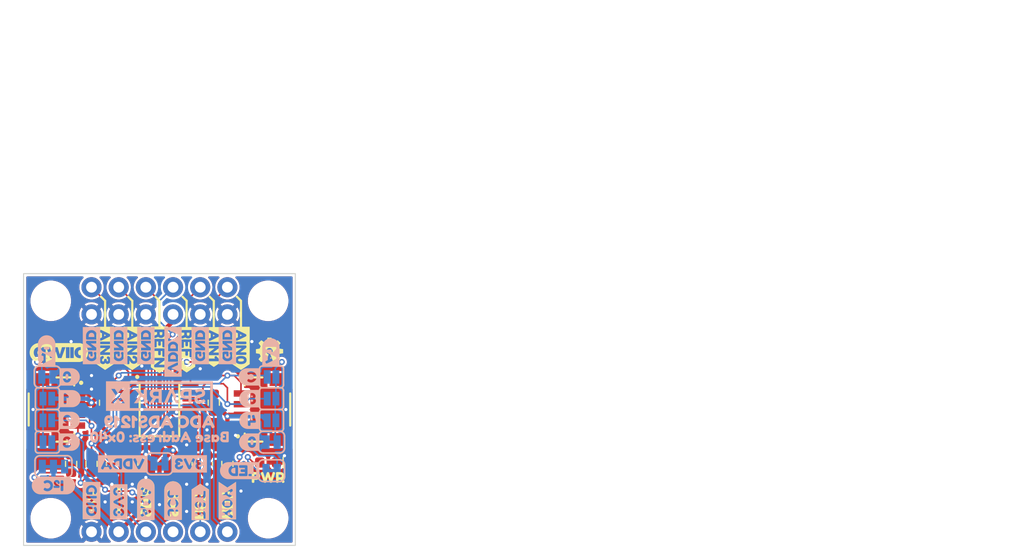
<source format=kicad_pcb>
(kicad_pcb (version 20221018) (generator pcbnew)
  (layers (0 "F.Cu" signal) (31 "B.Cu" signal) (34 "B.Paste" user) (35 "F.Paste" user) (36 "B.SilkS" user "B.Silkscreen") (37 "F.SilkS" user "F.Silkscreen") (38 "B.Mask" user) (39 "F.Mask" user) (44 "Edge.Cuts" user))
  (net 0 "")
  (net 1 "+3.3V")
  (net 2 "GND")
  (net 3 "VDDA")
  (net 4 "Net-(D1-A)")
  (net 5 "SDA")
  (net 6 "SCL")
  (net 7 "AIN3")
  (net 8 "AIN2")
  (net 9 "REFN")
  (net 10 "REFP")
  (net 11 "AIN1")
  (net 12 "AIN0")
  (net 13 "~{RESET}")
  (net 14 "~{DRDY}")
  (net 15 "Net-(JP2-B)")
  (net 16 "Net-(JP3-A)")
  (net 17 "Net-(JP3-B)")
  (net 18 "A0")
  (net 19 "A1")
  (footprint "SparkFun-Hardware:STAND-OFF" (layer "F.Cu") (at 149.86 104.14)
    (fp_text reference "ST2")
    (fp_text value "Stand_off")
    (pad "" np_thru_hole circle (at 0 0) (size 3.302 3.302) (drill 3.302) (layers "F&B.Cu" "*.Mask"))
  )
  (footprint "SparkFun-Connector:1X06" (layer "F.Cu") (at 133.35 102.87)
    (fp_text reference "J3")
    (fp_text value "Conn_01x06")
    (pad "1" thru_hole circle (at 0 0 90) (size 1.8796 1.8796) (drill 1.016) (layers "*.Cu" "*.Mask") (net 7 "AIN3"))
    (pad "2" thru_hole circle (at 2.54 0 90) (size 1.8796 1.8796) (drill 1.016) (layers "*.Cu" "*.Mask") (net 8 "AIN2"))
    (pad "3" thru_hole circle (at 5.08 0 90) (size 1.8796 1.8796) (drill 1.016) (layers "*.Cu" "*.Mask") (net 9 "REFN"))
    (pad "4" thru_hole circle (at 7.62 0 90) (size 1.8796 1.8796) (drill 1.016) (layers "*.Cu" "*.Mask") (net 10 "REFP"))
    (pad "5" thru_hole circle (at 10.16 0 90) (size 1.8796 1.8796) (drill 1.016) (layers "*.Cu" "*.Mask") (net 11 "AIN1"))
    (pad "6" thru_hole circle (at 12.7 0 90) (size 1.8796 1.8796) (drill 1.016) (layers "*.Cu" "*.Mask") (net 12 "AIN0"))
  )
  (footprint "SparkFun-Connector:1X02" (layer "F.Cu") (at 143.51 125.73)
    (fp_text reference "J5")
    (fp_text value "Conn_01x02")
    (pad "1" thru_hole circle (at 0 0 90) (size 1.8796 1.8796) (drill 1.016) (layers "*.Cu" "*.Mask") (net 13 "~{RESET}"))
    (pad "2" thru_hole circle (at 2.54 0 90) (size 1.8796 1.8796) (drill 1.016) (layers "*.Cu" "*.Mask") (net 14 "~{DRDY}"))
  )
  (footprint "SparkFun-Aesthetic:qwiic_5.5mm" (layer "F.Cu") (at 130.302 108.966)
    (fp_text reference "G***" hide)
    (fp_text value "LOGO" hide)
  )
  (footprint "kibuzzard-64C36D5B" (layer "F.Cu") (at 142.24 108.712 -90)
    (fp_text reference "kibuzzard-64C36D5B" hide)
    (fp_text value "G***" hide)
  )
  (footprint "SparkFun-Semiconductor-Standard:TSSOP-16" (layer "F.Cu") (at 139.7 114.3)
    (fp_text reference "U1")
    (fp_text value "ADS1219IPW")
    (pad "1" smd roundrect (at -2.9 -2.275) (size 1.5 0.45) (layers "F.Cu" "F.Paste" "F.Mask") (roundrect_rratio 0.1) (net 18 "A0"))
    (pad "2" smd roundrect (at -2.9 -1.625) (size 1.5 0.45) (layers "F.Cu" "F.Paste" "F.Mask") (roundrect_rratio 0.1) (net 19 "A1"))
    (pad "3" smd roundrect (at -2.9 -0.975) (size 1.5 0.45) (layers "F.Cu" "F.Paste" "F.Mask") (roundrect_rratio 0.1) (net 13 "~{RESET}"))
    (pad "4" smd roundrect (at -2.9 -0.325) (size 1.5 0.45) (layers "F.Cu" "F.Paste" "F.Mask") (roundrect_rratio 0.1) (net 2 "GND"))
    (pad "5" smd roundrect (at -2.9 0.325) (size 1.5 0.45) (layers "F.Cu" "F.Paste" "F.Mask") (roundrect_rratio 0.1) (net 2 "GND"))
    (pad "6" smd roundrect (at -2.9 0.975) (size 1.5 0.45) (layers "F.Cu" "F.Paste" "F.Mask") (roundrect_rratio 0.1) (net 7 "AIN3"))
    (pad "7" smd roundrect (at -2.9 1.625) (size 1.5 0.45) (layers "F.Cu" "F.Paste" "F.Mask") (roundrect_rratio 0.1) (net 8 "AIN2"))
    (pad "8" smd roundrect (at -2.9 2.275) (size 1.5 0.45) (layers "F.Cu" "F.Paste" "F.Mask") (roundrect_rratio 0.1) (net 9 "REFN"))
    (pad "9" smd roundrect (at 2.9 2.275) (size 1.5 0.45) (layers "F.Cu" "F.Paste" "F.Mask") (roundrect_rratio 0.1) (net 10 "REFP"))
    (pad "10" smd roundrect (at 2.9 1.625) (size 1.5 0.45) (layers "F.Cu" "F.Paste" "F.Mask") (roundrect_rratio 0.1) (net 11 "AIN1"))
    (pad "11" smd roundrect (at 2.9 0.975) (size 1.5 0.45) (layers "F.Cu" "F.Paste" "F.Mask") (roundrect_rratio 0.1) (net 12 "AIN0"))
    (pad "12" smd roundrect (at 2.9 0.325) (size 1.5 0.45) (layers "F.Cu" "F.Paste" "F.Mask") (roundrect_rratio 0.1) (net 3 "VDDA"))
    (pad "13" smd roundrect (at 2.9 -0.325) (size 1.5 0.45) (layers "F.Cu" "F.Paste" "F.Mask") (roundrect_rratio 0.1) (net 1 "+3.3V"))
    (pad "14" smd roundrect (at 2.9 -0.975) (size 1.5 0.45) (layers "F.Cu" "F.Paste" "F.Mask") (roundrect_rratio 0.1) (net 14 "~{DRDY}"))
    (pad "15" smd roundrect (at 2.9 -1.625) (size 1.5 0.45) (layers "F.Cu" "F.Paste" "F.Mask") (roundrect_rratio 0.1) (net 5 "SDA"))
    (pad "16" smd roundrect (at 2.9 -2.275) (size 1.5 0.45) (layers "F.Cu" "F.Paste" "F.Mask") (roundrect_rratio 0.1) (net 6 "SCL"))
  )
  (footprint "kibuzzard-64C37BF9" (layer "F.Cu") (at 146.05 122.809 -90)
    (fp_text reference "kibuzzard-64C37BF9" hide)
    (fp_text value "G***" hide)
  )
  (footprint "kibuzzard-64C3B30F" (layer "F.Cu") (at 149.86 120.65)
    (fp_text reference "kibuzzard-64C3B30F" hide)
    (fp_text value "G***" hide)
  )
  (footprint "SparkFun-Connector:1X06" (layer "F.Cu") (at 133.35 105.41)
    (fp_text reference "J4")
    (fp_text value "Conn_01x06")
    (pad "1" thru_hole circle (at 0 0 90) (size 1.8796 1.8796) (drill 1.016) (layers "*.Cu" "*.Mask") (net 2 "GND"))
    (pad "2" thru_hole circle (at 2.54 0 90) (size 1.8796 1.8796) (drill 1.016) (layers "*.Cu" "*.Mask") (net 2 "GND"))
    (pad "3" thru_hole circle (at 5.08 0 90) (size 1.8796 1.8796) (drill 1.016) (layers "*.Cu" "*.Mask") (net 2 "GND"))
    (pad "4" thru_hole circle (at 7.62 0 90) (size 1.8796 1.8796) (drill 1.016) (layers "*.Cu" "*.Mask") (net 3 "VDDA"))
    (pad "5" thru_hole circle (at 10.16 0 90) (size 1.8796 1.8796) (drill 1.016) (layers "*.Cu" "*.Mask") (net 2 "GND"))
    (pad "6" thru_hole circle (at 12.7 0 90) (size 1.8796 1.8796) (drill 1.016) (layers "*.Cu" "*.Mask") (net 2 "GND"))
  )
  (footprint "kibuzzard-64C36D6C" (layer "F.Cu") (at 144.78 108.458 -90)
    (fp_text reference "kibuzzard-64C36D6C" hide)
    (fp_text value "G***" hide)
  )
  (footprint "SparkFun-Resistor:R_0603_1608Metric" (layer "F.Cu") (at 131.445 119.38 90)
    (fp_text reference "R2")
    (fp_text value "2.2k")
    (pad "1" smd roundrect (at -0.825 0 90) (size 0.8 0.95) (layers "F.Cu" "F.Paste" "F.Mask") (net 17 "Net-(JP3-B)"))
    (pad "2" smd roundrect (at 0.825 0 90) (size 0.8 0.95) (layers "F.Cu" "F.Paste" "F.Mask") (net 6 "SCL"))
  )
  (footprint "SparkFun-Capacitor:C_0603_1608Metric" (layer "F.Cu") (at 137.16 119.38 -90)
    (fp_text reference "C3")
    (fp_text value "2.2uF")
    (pad "1" smd roundrect (at -0.775 0 270) (size 0.9 0.95) (layers "F.Cu" "F.Paste" "F.Mask") (net 3 "VDDA"))
    (pad "2" smd roundrect (at 0.775 0 270) (size 0.9 0.95) (layers "F.Cu" "F.Paste" "F.Mask") (net 2 "GND"))
  )
  (footprint "SparkFun-Resistor:R_0603_1608Metric" (layer "F.Cu") (at 146.05 119.38 -90)
    (fp_text reference "R1")
    (fp_text value "1k")
    (pad "1" smd roundrect (at -0.825 0 270) (size 0.8 0.95) (layers "F.Cu" "F.Paste" "F.Mask") (net 1 "+3.3V"))
    (pad "2" smd roundrect (at 0.825 0 270) (size 0.8 0.95) (layers "F.Cu" "F.Paste" "F.Mask") (net 15 "Net-(JP2-B)"))
  )
  (footprint "SparkFun-Capacitor:C_0603_1608Metric" (layer "F.Cu") (at 142.24 119.38 -90)
    (fp_text reference "C1")
    (fp_text value "2.2uF")
    (pad "1" smd roundrect (at -0.775 0 270) (size 0.9 0.95) (layers "F.Cu" "F.Paste" "F.Mask") (net 1 "+3.3V"))
    (pad "2" smd roundrect (at 0.775 0 270) (size 0.9 0.95) (layers "F.Cu" "F.Paste" "F.Mask") (net 2 "GND"))
  )
  (footprint "kibuzzard-64C36E7A" (layer "F.Cu") (at 133.35 122.809 -90)
    (fp_text reference "kibuzzard-64C36E7A" hide)
    (fp_text value "G***" hide)
  )
  (footprint "kibuzzard-64C37AD1" (layer "F.Cu") (at 138.43 122.682 -90)
    (fp_text reference "kibuzzard-64C37AD1" hide)
    (fp_text value "G***" hide)
  )
  (footprint "SparkFun-Connector:JST04_1MM_RA" (layer "F.Cu") (at 147.32 114.3 90)
    (fp_text reference "J2")
    (fp_text value "Qwiic_RA")
    (pad "1" smd rect (at -1.5 0 90) (size 0.6 1.35) (layers "F.Cu" "F.Paste" "F.Mask") (net 2 "GND"))
    (pad "2" smd rect (at -0.5 0 90) (size 0.6 1.35) (layers "F.Cu" "F.Paste" "F.Mask") (net 1 "+3.3V"))
    (pad "3" smd rect (at 0.5 0 90) (size 0.6 1.35) (layers "F.Cu" "F.Paste" "F.Mask") (net 5 "SDA"))
    (pad "4" smd rect (at 1.5 0 90) (size 0.6 1.35) (layers "F.Cu" "F.Paste" "F.Mask") (net 6 "SCL"))
    (pad "NC1" smd rect (at 2.8 3.675 90) (size 1.2 2) (layers "F.Cu" "F.Paste" "F.Mask"))
    (pad "NC2" smd rect (at -2.8 3.675 90) (size 1.2 2) (layers "F.Cu" "F.Paste" "F.Mask"))
  )
  (footprint "kibuzzard-64C37B4E" (layer "F.Cu") (at 140.97 122.809 -90)
    (fp_text reference "kibuzzard-64C37B4E" hide)
    (fp_text value "G***" hide)
  )
  (footprint "SparkFun-Aesthetic:OSHW-LOGO-MINI" (layer "F.Cu") (at 149.987 108.839)
    (fp_text reference "Ref**")
    (fp_text value "Val**")
  )
  (footprint "kibuzzard-64C36D91" (layer "F.Cu") (at 147.32 108.585 -90)
    (fp_text reference "kibuzzard-64C36D91" hide)
    (fp_text value "G***" hide)
  )
  (footprint "kibuzzard-64C37B97" (layer "F.Cu") (at 143.51 122.936 -90)
    (fp_text reference "kibuzzard-64C37B97" hide)
    (fp_text value "G***" hide)
  )
  (footprint "SparkFun-Connector:JST04_1MM_RA" (layer "F.Cu") (at 132.08 114.3 -90)
    (fp_text reference "J1")
    (fp_text value "Qwiic_RA")
    (pad "1" smd rect (at -1.5 0 270) (size 0.6 1.35) (layers "F.Cu" "F.Paste" "F.Mask") (net 2 "GND"))
    (pad "2" smd rect (at -0.5 0 270) (size 0.6 1.35) (layers "F.Cu" "F.Paste" "F.Mask") (net 1 "+3.3V"))
    (pad "3" smd rect (at 0.5 0 270) (size 0.6 1.35) (layers "F.Cu" "F.Paste" "F.Mask") (net 5 "SDA"))
    (pad "4" smd rect (at 1.5 0 270) (size 0.6 1.35) (layers "F.Cu" "F.Paste" "F.Mask") (net 6 "SCL"))
    (pad "NC1" smd rect (at 2.8 3.675 270) (size 1.2 2) (layers "F.Cu" "F.Paste" "F.Mask"))
    (pad "NC2" smd rect (at -2.8 3.675 270) (size 1.2 2) (layers "F.Cu" "F.Paste" "F.Mask"))
  )
  (footprint "kibuzzard-64C36D47" (layer "F.Cu") (at 139.7 108.712 -90)
    (fp_text reference "kibuzzard-64C36D47" hide)
    (fp_text value "G***" hide)
  )
  (footprint "SparkFun-Resistor:R_0603_1608Metric" (layer "F.Cu") (at 134.62 113.665 -90)
    (fp_text reference "R5")
    (fp_text value "10k")
    (pad "1" smd roundrect (at -0.825 0 270) (size 0.8 0.95) (layers "F.Cu" "F.Paste" "F.Mask") (net 1 "+3.3V"))
    (pad "2" smd roundrect (at 0.825 0 270) (size 0.8 0.95) (layers "F.Cu" "F.Paste" "F.Mask") (net 13 "~{RESET}"))
  )
  (footprint "kibuzzard-64C36D1A" (layer "F.Cu") (at 134.62 108.585 -90)
    (fp_text reference "kibuzzard-64C36D1A" hide)
    (fp_text value "G***" hide)
  )
  (footprint "SparkFun-Resistor:R_0603_1608Metric" (layer "F.Cu") (at 144.78 113.665 90)
    (fp_text reference "R4")
    (fp_text value "10k")
    (pad "1" smd roundrect (at -0.825 0 90) (size 0.8 0.95) (layers "F.Cu" "F.Paste" "F.Mask") (net 1 "+3.3V"))
    (pad "2" smd roundrect (at 0.825 0 90) (size 0.8 0.95) (layers "F.Cu" "F.Paste" "F.Mask") (net 14 "~{DRDY}"))
  )
  (footprint "SparkFun-Connector:1X04" (layer "F.Cu") (at 133.35 125.73)
    (fp_text reference "J6")
    (fp_text value "I2C_01x04")
    (pad "1" thru_hole circle (at 0 0 90) (size 1.8796 1.8796) (drill 1.016) (layers "*.Cu" "*.Mask") (net 2 "GND"))
    (pad "2" thru_hole circle (at 2.54 0 90) (size 1.8796 1.8796) (drill 1.016) (layers "*.Cu" "*.Mask") (net 1 "+3.3V"))
    (pad "3" thru_hole circle (at 5.08 0 90) (size 1.8796 1.8796) (drill 1.016) (layers "*.Cu" "*.Mask") (net 5 "SDA"))
    (pad "4" thru_hole circle (at 7.62 0 90) (size 1.8796 1.8796) (drill 1.016) (layers "*.Cu" "*.Mask") (net 6 "SCL"))
  )
  (footprint "kibuzzard-64C37A88" (layer "F.Cu") (at 135.89 122.936 -90)
    (fp_text reference "kibuzzard-64C37A88" hide)
    (fp_text value "G***" hide)
  )
  (footprint "SparkFun-Capacitor:C_0603_1608Metric" (layer "F.Cu") (at 144.145 119.38 -90)
    (fp_text reference "C2")
    (fp_text value "0.1uF_0603_25V_20%" hide)
    (pad "1" smd roundrect (at -0.775 0 270) (size 0.9 0.95) (layers "F.Cu" "F.Paste" "F.Mask") (net 1 "+3.3V"))
    (pad "2" smd roundrect (at 0.775 0 270) (size 0.9 0.95) (layers "F.Cu" "F.Paste" "F.Mask") (net 2 "GND"))
  )
  (footprint "SparkFun-Capacitor:C_0603_1608Metric" (layer "F.Cu") (at 135.255 119.38 -90)
    (fp_text reference "C4")
    (fp_text value "0.1uF_0603_25V_20%" hide)
    (pad "1" smd roundrect (at -0.775 0 270) (size 0.9 0.95) (layers "F.Cu" "F.Paste" "F.Mask") (net 3 "VDDA"))
    (pad "2" smd roundrect (at 0.775 0 270) (size 0.9 0.95) (layers "F.Cu" "F.Paste" "F.Mask") (net 2 "GND"))
  )
  (footprint "SparkFun-Resistor:R_0603_1608Metric" (layer "F.Cu") (at 133.35 119.38 90)
    (fp_text reference "R3")
    (fp_text value "2.2k")
    (pad "1" smd roundrect (at -0.825 0 90) (size 0.8 0.95) (layers "F.Cu" "F.Paste" "F.Mask") (net 16 "Net-(JP3-A)"))
    (pad "2" smd roundrect (at 0.825 0 90) (size 0.8 0.95) (layers "F.Cu" "F.Paste" "F.Mask") (net 5 "SDA"))
  )
  (footprint "SparkFun-Hardware:STAND-OFF" (layer "F.Cu") (at 129.54 124.46)
    (fp_text reference "ST4")
    (fp_text value "Stand_off")
    (pad "" np_thru_hole circle (at 0 0) (size 3.302 3.302) (drill 3.302) (layers "F&B.Cu" "*.Mask"))
  )
  (footprint "SparkFun-Aesthetic:Fiducial_0.635mm" (layer "F.Cu") (at 151.765 121.92)
    (fp_text reference "FID1")
    (fp_text value "Fiducial_0.635")
    (pad "1" smd roundrect (at 0 0) (size 0.635 0.635) (layers "F.Cu" "F.Mask") (roundrect_rratio 0.5))
  )
  (footprint "SparkFun-Hardware:STAND-OFF" (layer "F.Cu") (at 129.54 104.14)
    (fp_text reference "ST1")
    (fp_text value "Stand_off")
    (pad "" np_thru_hole circle (at 0 0) (size 3.302 3.302) (drill 3.302) (layers "F&B.Cu" "*.Mask"))
  )
  (footprint "SparkFun-Aesthetic:Fiducial_0.635mm" (layer "F.Cu") (at 127.635 106.68)
    (fp_text reference "FID3")
    (fp_text value "Fiducial_0.635")
    (pad "1" smd roundrect (at 0 0) (size 0.635 0.635) (layers "F.Cu" "F.Mask") (roundrect_rratio 0.5))
  )
  (footprint "SparkFun-LED:LED_0603_1608Metric" (layer "F.Cu") (at 149.86 119.253 180)
    (fp_text reference "D1")
    (fp_text value "Red")
    (pad "1" smd roundrect (at -0.7875 0 180) (size 0.875 0.95) (layers "F.Cu" "F.Paste" "F.Mask") (net 2 "GND"))
    (pad "2" smd roundrect (at 0.7875 0 180) (size 0.875 0.95) (layers "F.Cu" "F.Paste" "F.Mask") (net 4 "Net-(D1-A)"))
  )
  (footprint "SparkFun-Aesthetic:ORDERING_INSTRUCTIONS" (layer "F.Cu") (at 156.9192 76.275)
    (fp_text reference "U2" hide)
    (fp_text value "~" hide)
  )
  (footprint "kibuzzard-64C36D2D" (layer "F.Cu") (at 137.16 108.585 -90)
    (fp_text reference "kibuzzard-64C36D2D" hide)
    (fp_text value "G***" hide)
  )
  (footprint "SparkFun-Hardware:STAND-OFF" (layer "F.Cu") (at 149.86 124.46)
    (fp_text reference "ST3")
    (fp_text value "Stand_off")
    (pad "" np_thru_hole circle (at 0 0) (size 3.302 3.302) (drill 3.302) (layers "F&B.Cu" "*.Mask"))
  )
  (footprint "kibuzzard-64C37C16" (layer "B.Cu") (at 146.05 122.809 90)
    (fp_text reference "kibuzzard-64C37C16" hide)
    (fp_text value "G***" hide)
  )
  (footprint "SparkFun-Jumper:SMT-JUMPER_2_NO_SILK" (layer "B.Cu") (at 150.1775 113.284 180)
    (fp_text reference "JP10")
    (fp_text value "~")
    (pad "1" smd rect (at -0.4064 0 180) (size 0.635 1.27) (layers "B.Cu" "B.Mask") (net 19 "A1"))
    (pad "2" smd rect (at 0.4064 0 180) (size 0.635 1.27) (layers "B.Cu" "B.Mask") (net 5 "SDA"))
  )
  (footprint "SparkFun-Aesthetic:SparkX_Logo_10mm" (layer "B.Cu") (at 139.7 113.03 180)
    (fp_text reference "G***")
    (fp_text value "LOGO" hide)
  )
  (footprint "kibuzzard-64C375B4" (layer "B.Cu") (at 148.082 117.348 180)
    (fp_text reference "kibuzzard-64C375B4" hide)
    (fp_text value "G***" hide)
  )
  (footprint "kibuzzard-64C37A88" (layer "B.Cu") (at 142.494 119.38 180)
    (fp_text reference "kibuzzard-64C37A88" hide)
    (fp_text value "G***" hide)
  )
  (footprint "SparkFun-Jumper:SMT-JUMPER_2_NO_SILK" (layer "B.Cu") (at 129.2225 115.316)
    (fp_text reference "JP6")
    (fp_text value "~")
    (pad "1" smd rect (at -0.4064 0) (size 0.635 1.27) (layers "B.Cu" "B.Mask") (net 18 "A0"))
    (pad "2" smd rect (at 0.4064 0) (size 0.635 1.27) (layers "B.Cu" "B.Mask") (net 5 "SDA"))
  )
  (footprint "kibuzzard-64C36E7A" (layer "B.Cu") (at 138.43 108.331 90)
    (fp_text reference "kibuzzard-64C36E7A" hide)
    (fp_text value "G***" hide)
  )
  (footprint "SparkFun-Jumper:SMT-JUMPER_2_NC_TRACE_SILK" (layer "B.Cu") (at 129.2225 111.252)
    (fp_text reference "JP4")
    (fp_text value "~")
    (fp_poly (pts (xy -0.25 0.15) (xy 0.25 0.15) (xy 0.25 -0.15) (xy -0.25 -0.15)) (fill solid) (layer "B.Cu"))
    (pad "1" smd rect (at -0.5207 0) (size 0.6604 1.27) (layers "B.Cu" "B.Mask") (net 18 "A0"))
    (pad "2" smd rect (at 0.5207 0) (size 0.6604 1.27) (layers "B.Cu" "B.Mask") (net 2 "GND"))
  )
  (footprint "SparkFun-Jumper:SMT-JUMPER_2_NO_SILK" (layer "B.Cu") (at 129.2225 117.348)
    (fp_text reference "JP7")
    (fp_text value "~")
    (pad "1" smd rect (at -0.4064 0) (size 0.635 1.27) (layers "B.Cu" "B.Mask") (net 18 "A0"))
    (pad "2" smd rect (at 0.4064 0) (size 0.635 1.27) (layers "B.Cu" "B.Mask") (net 6 "SCL"))
  )
  (footprint "kibuzzard-64C3761E" (layer "B.Cu") (at 131.318 117.348 180)
    (fp_text reference "kibuzzard-64C3761E" hide)
    (fp_text value "G***" hide)
  )
  (footprint "kibuzzard-64C36E7A" (layer "B.Cu") (at 133.35 108.331 90)
    (fp_text reference "kibuzzard-64C36E7A" hide)
    (fp_text value "G***" hide)
  )
  (footprint "SparkFun-Jumper:SMT-JUMPER_2_NC_TRACE_SILK" (layer "B.Cu") (at 139.7 119.38 180)
    (fp_text reference "JP1")
    (fp_text value "~")
    (fp_poly (pts (xy -0.25 0.15) (xy 0.25 0.15) (xy 0.25 -0.15) (xy -0.25 -0.15)) (fill solid) (layer "B.Cu"))
    (pad "1" smd rect (at -0.5207 0 180) (size 0.6604 1.27) (layers "B.Cu" "B.Mask") (net 1 "+3.3V"))
    (pad "2" smd rect (at 0.5207 0 180) (size 0.6604 1.27) (layers "B.Cu" "B.Mask") (net 3 "VDDA"))
  )
  (footprint "SparkFun-Jumper:SMT-JUMPER_3_2-NC_TRACE_SILK" (layer "B.Cu") (at 129.794 119.634 180)
    (fp_text reference "JP3")
    (fp_text value "~")
    (fp_poly (pts (xy -0.8 0.15) (xy -0.25 0.15) (xy -0.25 -0.15) (xy -0.8 -0.15)) (fill solid) (layer "B.Cu"))
    (fp_poly (pts (xy 0.25 0.15) (xy 0.8 0.15) (xy 0.8 -0.15) (xy 0.25 -0.15)) (fill solid) (layer "B.Cu"))
    (pad "1" smd rect (at -1.0414 0 180) (size 0.6604 1.27) (layers "B.Cu" "B.Mask") (net 16 "Net-(JP3-A)"))
    (pad "2" smd rect (at 0 0 180) (size 0.6604 1.27) (layers "B.Cu" "B.Mask") (net 1 "+3.3V"))
    (pad "3" smd rect (at 1.0414 0 180) (size 0.6604 1.27) (layers "B.Cu" "B.Mask") (net 17 "Net-(JP3-B)"))
  )
  (footprint "SparkFun-Aesthetic:Fiducial_0.635mm" (layer "B.Cu") (at 127.635 106.68 180)
    (fp_text reference "FID4")
    (fp_text value "Fiducial_0.635")
    (pad "1" smd roundrect (at 0 0 180) (size 0.635 0.635) (layers "B.Cu" "B.Mask") (roundrect_rratio 0.5))
  )
  (footprint "kibuzzard-64C37C5C" (layer "B.Cu") (at 147.193 120.015 180)
    (fp_text reference "kibuzzard-64C37C5C" hide)
    (fp_text value "G***" hide)
  )
  (footprint "SparkFun-Jumper:SMT-JUMPER_2_NO_SILK" (layer "B.Cu") (at 150.1775 111.252 180)
    (fp_text reference "JP11")
    (fp_text value "~")
    (pad "1" smd rect (at -0.4064 0 180) (size 0.635 1.27) (layers "B.Cu" "B.Mask") (net 19 "A1"))
    (pad "2" smd rect (at 0.4064 0 180) (size 0.635 1.27) (layers "B.Cu" "B.Mask") (net 6 "SCL"))
  )
  (footprint "kibuzzard-64C375F2" (layer "B.Cu") (at 131.318 111.252 180)
    (fp_text reference "kibuzzard-64C375F2" hide)
    (fp_text value "G***" hide)
  )
  (footprint "SparkFun-Jumper:SMT-JUMPER_2_NC_TRACE_SILK" (layer "B.Cu") (at 150.1775 117.348 180)
    (fp_text reference "JP8")
    (fp_text value "~")
    (fp_poly (pts (xy -0.25 0.15) (xy 0.25 0.15) (xy 0.25 -0.15) (xy -0.25 -0.15)) (fill solid) (layer "B.Cu"))
    (pad "1" smd rect (at -0.5207 0 180) (size 0.6604 1.27) (layers "B.Cu" "B.Mask") (net 19 "A1"))
    (pad "2" smd rect (at 0.5207 0 180) (size 0.6604 1.27) (layers "B.Cu" "B.Mask") (net 2 "GND"))
  )
  (footprint "kibuzzard-64C37B05" (layer "B.Cu") (at 140.97 122.809 90)
    (fp_text reference "kibuzzard-64C37B05" hide)
    (fp_text value "G***" hide)
  )
  (footprint "kibuzzard-64C375DA" (layer "B.Cu") (at 148.082 111.252 180)
    (fp_text reference "kibuzzard-64C375DA" hide)
    (fp_text value "G***" hide)
  )
  (footprint "kibuzzard-64C36E7A" (layer "B.Cu") (at 146.05 108.331 90)
    (fp_text reference "kibuzzard-64C36E7A" hide)
    (fp_text value "G***" hide)
  )
  (footprint "kibuzzard-64C375C5" (layer "B.Cu") (at 148.082 113.284 180)
    (fp_text reference "kibuzzard-64C375C5" hide)
    (fp_text value "G***" hide)
  )
  (footprint "kibuzzard-64C37FAB" (layer "B.Cu") (at 131.318 113.284 180)
    (fp_text reference "kibuzzard-64C37FAB" hide)
    (fp_text value "G***" hide)
  )
  (footprint "kibuzzard-64C3756D" (layer "B.Cu") (at 150.114 108.966 90)
    (fp_text reference "kibuzzard-64C3756D" hide)
    (fp_text value "G***" hide)
  )
  (footprint "SparkFun-Jumper:SMT-JUMPER_2_NO_SILK" (layer "B.Cu") (at 150.1775 115.316 180)
    (fp_text reference "JP9")
    (fp_text value "~")
    (pad "1" smd rect (at -0.4064 0 180) (size 0.635 1.27) (layers "B.Cu" "B.Mask") (net 19 "A1"))
    (pad "2" smd rect (at 0.4064 0 180) (size 0.635 1.27) (layers "B.Cu" "B.Mask") (net 1 "+3.3V"))
  )
  (footprint "SparkFun-Aesthetic:Fiducial_0.635mm" (layer "B.Cu") (at 151.765 121.92 180)
    (fp_text reference "FID2")
    (fp_text value "Fiducial_0.635")
    (pad "1" smd roundrect (at 0 0 180) (size 0.635 0.635) (layers "B.Cu" "B.Mask") (roundrect_rratio 0.5))
  )
  (footprint "kibuzzard-64C37CC9" (layer "B.Cu") (at 136.271 119.38 180)
    (fp_text reference "kibuzzard-64C37CC9" hide)
    (fp_text value "G***" hide)
  )
  (footprint "kibuzzard-64C38090" (layer "B.Cu") (at 129.794 121.412 180)
    (fp_text reference "kibuzzard-64C38090" hide)
    (fp_text value "G***" hide)
  )
  (footprint "kibuzzard-64C36E7A" (layer "B.Cu") (at 135.89 108.331 90)
    (fp_text reference "kibuzzard-64C36E7A" hide)
    (fp_text value "G***" hide)
  )
  (footprint "kibuzzard-64C37D63" (layer "B.Cu") (at 139.7 116.84 180)
    (fp_text reference "kibuzzard-64C37D63" hide)
    (fp_text value "G***" hide)
  )
  (footprint "kibuzzard-64C37519" (layer "B.Cu") (at 129.159 108.839 90)
    (fp_text reference "kibuzzard-64C37519" hide)
    (fp_text value "G***" hide)
  )
  (footprint "kibuzzard-64C37614" (layer "B.Cu") (at 131.318 115.316 180)
    (fp_text reference "kibuzzard-64C37614" hide)
    (fp_text value "G***" hide)
  )
  (footprint "SparkFun-Jumper:SMT-JUMPER_2_NC_TRACE_SILK" (layer "B.Cu") (at 150.1775 120.015)
    (fp_text reference "JP2")
    (fp_text value "~")
    (fp_poly (pts (xy -0.25 0.15) (xy 0.25 0.15) (xy 0.25 -0.15) (xy -0.25 -0.15)) (fill solid) (layer "B.Cu"))
    (pad "1" smd rect (at -0.5207 0) (size 0.6604 1.27) (layers "B.Cu" "B.Mask") (net 4 "Net-(D1-A)"))
    (pad "2" smd rect (at 0.5207 0) (size 0.6604 1.27) (layers "B.Cu" "B.Mask") (net 15 "Net-(JP2-B)"))
  )
  (footprint "kibuzzard-64C37B2E" (layer "B.Cu") (at 138.43 122.682 90)
    (fp_text reference "kibuzzard-64C37B2E" hide)
    (fp_text value "G***" hide)
  )
  (footprint "kibuzzard-64C36E7A" (layer "B.Cu") (at 133.35 122.809 90)
    (fp_text reference "kibuzzard-64C36E7A" hide)
    (fp_text value "G***" hide)
  )
  (footprint "kibuzzard-64C37BC1" (layer "B.Cu") (at 143.51 122.936 90)
    (fp_text reference "kibuzzard-64C37BC1" hide)
    (fp_text value "G***" hide)
  )
  (footprint "kibuzzard-64C37A88" (layer "B.Cu") (at 135.89 122.936 90)
    (fp_text reference "kibuzzard-64C37A88" hide)
    (fp_text value "G***" hide)
  )
  (footprint "kibuzzard-64C36EF5" (layer "B.Cu") (at 140.97 108.9152 90)
    (fp_text reference "kibuzzard-64C36EF5" hide)
    (fp_text value "G***" hide)
  )
  (footprint "SparkFun-Jumper:SMT-JUMPER_2_NO_SILK" (layer "B.Cu") (at 129.2225 113.284)
    (fp_text reference "JP5")
    (fp_text value "~")
    (pad "1" smd rect (at -0.4064 0) (size 0.635 1.27) (layers "B.Cu" "B.Mask") (net 18 "A0"))
    (pad "2" smd rect (at 0.4064 0) (size 0.635 1.27) (layers "B.Cu" "B.Mask") (net 1 "+3.3V"))
  )
  (footprint "kibuzzard-64C3BD7A" (layer "B.Cu") (at 139.7 115.443 180)
    (fp_text reference "kibuzzard-64C3BD7A" hide)
    (fp_text value "G***" hide)
  )
  (footprint "kibuzzard-64C36E7A" (layer "B.Cu") (at 143.51 108.331 90)
    (fp_text reference "kibuzzard-64C36E7A" hide)
    (fp_text value "G***" hide)
  )
  (footprint "kibuzzard-64C375BE" (layer "B.Cu") (at 148.082 115.316 180)
    (fp_text reference "kibuzzard-64C375BE" hide)
    (fp_text value "G***" hide)
  )
  (gr_line (start 142.24 104.14) (end 142.24 106.68) (stroke (width 0.2032)) (layer "F.SilkS"))
  (gr_line (start 144.78 104.14) (end 144.78 106.68) (stroke (width 0.2032)) (layer "F.SilkS"))
  (gr_line (start 139.7 104.14) (end 139.7 106.68) (stroke (width 0.2032)) (layer "F.SilkS"))
  (gr_line (start 137.16 104.14) (end 136.779 103.759) (stroke (width 0.2032)) (layer "F.SilkS"))
  (gr_line (start 134.62 104.14) (end 134.239 103.759) (stroke (width 0.2032)) (layer "F.SilkS"))
  (gr_line (start 137.16 104.14) (end 137.16 106.68) (stroke (width 0.2032)) (layer "F.SilkS"))
  (gr_line (start 142.24 104.14) (end 141.859 103.759) (stroke (width 0.2032)) (layer "F.SilkS"))
  (gr_line (start 139.7 104.14) (end 139.319 103.759) (stroke (width 0.2032)) (layer "F.SilkS"))
  (gr_line (start 147.32 104.14) (end 146.939 103.759) (stroke (width 0.2032)) (layer "F.SilkS"))
  (gr_line (start 134.62 104.14) (end 134.62 106.68) (stroke (width 0.2032)) (layer "F.SilkS"))
  (gr_line (start 144.78 104.14) (end 144.399 103.759) (stroke (width 0.2032)) (layer "F.SilkS"))
  (gr_line (start 147.32 104.14) (end 147.32 106.68) (stroke (width 0.2032)) (layer "F.SilkS"))
  (gr_rect (start 127 101.6) (end 152.4 127) (stroke (width 0.1)) (fill none) (layer "Edge.Cuts"))
  (segment (start 146 118.605) (end 146.05 118.555) (width 0.4064) (layer "F.Cu") (net 1))
  (segment (start 139.7 121.92) (end 139.7 121.285) (width 0.4064) (layer "F.Cu") (net 1))
  (segment (start 142.6 113.975) (end 144.265 113.975) (width 0.4064) (layer "F.Cu") (net 1))
  (segment (start 135.636 117.221) (end 140.081 117.221) (width 0.4064) (layer "F.Cu") (net 1))
  (segment (start 133.604 113.919) (end 133.604 115.189) (width 0.4064) (layer "F.Cu") (net 1))
  (segment (start 147.32 114.8) (end 146.185 114.8) (width 0.4064) (layer "F.Cu") (net 1))
  (segment (start 134.62 112.84) (end 134.175 112.84) (width 0.4064) (layer "F.Cu") (net 1))
  (segment (start 133.35 113.665) (end 133.604 113.919) (width 0.4064) (layer "F.Cu") (net 1))
  (segment (start 132.08 113.8) (end 133.215 113.8) (width 0.4064) (layer "F.Cu") (net 1))
  (segment (start 140.081 117.221) (end 140.97 118.11) (width 0.4064) (layer "F.Cu") (net 1))
  (segment (start 146.05 118.555) (end 146.05 114.935) (width 0.4064) (layer "F.Cu") (net 1))
  (segment (start 144.78 114.49) (end 145.605 114.49) (width 0.4064) (layer "F.Cu") (net 1))
  (segment (start 133.215 113.8) (end 133.35 113.665) (width 0.4064) (layer "F.Cu") (net 1))
  (segment (start 141.465 118.605) (end 140.97 118.11) (width 0.4064) (layer "F.Cu") (net 1))
  (segment (start 139.7 119.38) (end 140.97 118.11) (width 0.4064) (layer "F.Cu") (net 1))
  (segment (start 142.24 118.605) (end 144.145 118.605) (width 0.4064) (layer "F.Cu") (net 1))
  (segment (start 139.7 121.285) (end 139.7 119.38) (width 0.4064) (layer "F.Cu") (net 1))
  (segment (start 135.89 125.73) (end 139.7 121.92) (width 0.4064) (layer "F.Cu") (net 1))
  (segment (start 144.145 118.605) (end 146 118.605) (width 0.4064) (layer "F.Cu") (net 1))
  (segment (start 133.604 115.189) (end 135.636 117.221) (width 0.4064) (layer "F.Cu") (net 1))
  (segment (start 142.24 118.605) (end 141.465 118.605) (width 0.4064) (layer "F.Cu") (net 1))
  (segment (start 144.265 113.975) (end 144.78 114.49) (width 0.4064) (layer "F.Cu") (net 1))
  (segment (start 146.185 114.8) (end 146.05 114.935) (width 0.4064) (layer "F.Cu") (net 1))
  (segment (start 145.605 114.49) (end 146.05 114.935) (width 0.4064) (layer "F.Cu") (net 1))
  (segment (start 134.175 112.84) (end 133.35 113.665) (width 0.4064) (layer "F.Cu") (net 1))
  (via (at 146.05 114.935) (size 0.56) (drill 0.3) (layers "F.Cu" "B.Cu") (net 1))
  (via (at 133.35 113.665) (size 0.56) (drill 0.3) (layers "F.Cu" "B.Cu") (net 1))
  (via (at 140.97 118.11) (size 0.56) (drill 0.3) (layers "F.Cu" "B.Cu") (net 1))
  (segment (start 135.89 125.73) (end 131.9536 121.7936) (width 0.4064) (layer "B.Cu") (net 1))
  (segment (start 132.969 113.284) (end 129.6289 113.284) (width 0.4064) (layer "B.Cu") (net 1))
  (segment (start 140.97 118.11) (end 140.335 118.11) (width 0.4064) (layer "B.Cu") (net 1))
  (segment (start 131.943725 121.7936) (end 131.181125 121.031) (width 0.4064) (layer "B.Cu") (net 1))
  (segment (start 140.335 118.11) (end 140.2207 118.2243) (width 0.4064) (layer "B.Cu") (net 1))
  (segment (start 133.35 113.665) (end 132.969 113.284) (width 0.4064) (layer "B.Cu") (net 1))
  (segment (start 129.794 120.65) (end 129.794 120.12295) (width 0.4064) (layer "B.Cu") (net 1))
  (segment (start 130.175 121.031) (end 129.794 120.65) (width 0.4064) (layer "B.Cu") (net 1))
  (segment (start 131.9536 121.7936) (end 131.943725 121.7936) (width 0.4064) (layer "B.Cu") (net 1))
  (segment (start 131.181125 121.031) (end 130.175 121.031) (width 0.4064) (layer "B.Cu") (net 1))
  (segment (start 146.05 114.935) (end 149.3266 114.935) (width 0.4064) (layer "B.Cu") (net 1))
  (segment (start 140.2207 118.2243) (end 140.2207 118.89105) (width 0.4064) (layer "B.Cu") (net 1))
  (segment (start 149.3266 114.935) (end 149.7076 115.316) (width 0.4064) (layer "B.Cu") (net 1))
  (segment (start 137.724 114.625) (end 138.049 114.3) (width 0.4064) (layer "F.Cu") (net 2))
  (segment (start 137.16 120.155) (end 137.16 121.285) (width 0.4064) (layer "F.Cu") (net 2))
  (segment (start 137.724 113.975) (end 138.049 114.3) (width 0.4064) (layer "F.Cu") (net 2))
  (segment (start 142.24 120.155) (end 142.24 121.285) (width 0.4064) (layer "F.Cu") (net 2))
  (segment (start 136.8 113.975) (end 137.724 113.975) (width 0.4064) (layer "F.Cu") (net 2))
  (segment (start 144.145 120.155) (end 144.145 121.285) (width 0.4064) (layer "F.Cu") (net 2))
  (segment (start 136.8 114.625) (end 137.724 114.625) (width 0.4064) (layer "F.Cu") (net 2))
  (segment (start 135.255 120.155) (end 135.255 121.285) (width 0.4064) (layer "F.Cu") (net 2))
  (segment (start 132.945 112.8) (end 133.35 112.395) (width 0.4064) (layer "F.Cu") (net 2))
  (segment (start 132.08 112.8) (end 132.945 112.8) (width 0.4064) (layer "F.Cu") (net 2))
  (segment (start 147.32 116.205) (end 147.32 115.8) (width 0.4064) (layer "F.Cu") (net 2))
  (segment (start 146.812 116.713) (end 147.32 116.205) (width 0.4064) (layer "F.Cu") (net 2))
  (segment (start 150.749 119.253) (end 150.6475 119.253) (width 0.4064) (layer "F.Cu") (net 2))
  (segment (start 151.384 118.618) (end 150.749 119.253) (width 0.4064) (layer "F.Cu") (net 2))
  (via (at 142.24 117.602) (size 0.56) (drill 0.3) (layers "F.Cu" "B.Cu") (net 2))
  (via (at 134.62 122.936) (size 0.56) (drill 0.3) (layers "F.Cu" "B.Cu") (net 2))
  (via (at 131.445 107.95) (size 0.56) (drill 0.3) (layers "F.Cu" "B.Cu") (net 2))
  (via (at 137.16 122.936) (size 0.56) (drill 0.3) (layers "F.Cu" "B.Cu") (net 2))
  (via (at 138.049 114.3) (size 0.56) (drill 0.3) (layers "F.Cu" "B.Cu") (net 2))
  (via (at 143.51 110.49) (size 0.56) (drill 0.3) (layers "F.Cu" "B.Cu") (net 2))
  (via (at 134.747 117.348) (size 0.56) (drill 0.3) (layers "F.Cu" "B.Cu") (net 2))
  (via (at 138.43 120.65) (size 0.56) (drill 0.3) (layers "F.Cu" "B.Cu") (net 2))
  (via (at 142.24 121.285) (size 0.56) (drill 0.3) (layers "F.Cu" "B.Cu") (net 2))
  (via (at 144.145 116.205) (size 0.56) (drill 0.3) (layers "F.Cu" "B.Cu") (net 2))
  (via (at 146.812 116.713) (size 0.56) (drill 0.3) (layers "F.Cu" "B.Cu") (net 2))
  (via (at 133.35 112.395) (size 0.56) (drill 0.3) (layers "F.Cu" "B.Cu") (net 2))
  (via (at 138.049 110.236) (size 0.56) (drill 0.3) (layers "F.Cu" "B.Cu") (net 2))
  (via (at 127.889 114.3) (size 0.56) (drill 0.3) (layers "F.Cu" "B.Cu") (net 2))
  (via (at 151.511 114.3) (size 0.56) (drill 0.3) (layers "F.Cu" "B.Cu") (net 2))
  (via (at 133.35 111.125) (size 0.56) (drill 0.3) (layers "F.Cu" "B.Cu") (net 2))
  (via (at 135.255 121.285) (size 0.56) (drill 0.3) (layers "F.Cu" "B.Cu") (net 2))
  (via (at 151.384 118.618) (size 0.56) (drill 0.3) (layers "F.Cu" "B.Cu") (net 2))
  (via (at 147.32 121.92) (size 0.56) (drill 0.3) (layers "F.Cu" "B.Cu") (net 2))
  (via (at 142.24 123.825) (size 0.56) (drill 0.3) (layers "F.Cu" "B.Cu") (net 2))
  (via (at 144.145 121.285) (size 0.56) (drill 0.3) (layers "F.Cu" "B.Cu") (net 2))
  (via (at 139.7 123.19) (size 0.56) (drill 0.3) (layers "F.Cu" "B.Cu") (net 2))
  (via (at 148.336 107.95) (size 0.56) (drill 0.3) (layers "F.Cu" "B.Cu") (net 2))
  (via (at 137.16 121.285) (size 0.56) (drill 0.3) (layers "F.Cu" "B.Cu") (net 2))
  (segment (start 139.7 107.315) (end 139.7 108.585) (width 0.4064) (layer "F.Cu") (net 3))
  (segment (start 141.378562 114.625) (end 141.301281 114.547719) (width 0.4064) (layer "F.Cu") (net 3))
  (segment (start 138.43 118.491) (end 138.316 118.605) (width 0.4064) (layer "F.Cu") (net 3))
  (segment (start 142.6 114.625) (end 141.378562 114.625) (width 0.4064) (layer "F.Cu") (net 3))
  (segment (start 139.7 115.653564) (end 139.106782 116.246782) (width 0.4064) (layer "F.Cu") (net 3))
  (segment (start 138.316 118.605) (end 137.16 118.605) (width 0.4064) (layer "F.Cu") (net 3))
  (segment (start 135.255 118.605) (end 137.16 118.605) (width 0.4064) (layer "F.Cu") (net 3))
  (segment (start 139.7 108.585) (end 139.7 115.653564) (width 0.4064) (layer "F.Cu") (net 3))
  (segment (start 140.97 106.045) (end 139.7 107.315) (width 0.4064) (layer "F.Cu") (net 3))
  (segment (start 140.97 105.41) (end 140.97 106.045) (width 0.4064) (layer "F.Cu") (net 3))
  (via (at 138.43 118.491) (size 0.56) (drill 0.3) (layers "F.Cu" "B.Cu") (net 3))
  (via (at 141.301281 114.547719) (size 0.56) (drill 0.3) (layers "F.Cu" "B.Cu") (net 3))
  (via (at 139.106782 116.246782) (size 0.56) (drill 0.3) (layers "F.Cu" "B.Cu") (net 3))
  (segment (start 138.83005 118.89105) (end 139.1793 118.89105) (width 0.4064) (layer "B.Cu") (net 3))
  (segment (start 141.301281 114.547719) (end 140.805845 114.547719) (width 0.4064) (layer "B.Cu") (net 3))
  (segment (start 139.023218 116.246782) (end 139.106782 116.246782) (width 0.4064) (layer "B.Cu") (net 3))
  (segment (start 138.43 118.491) (end 138.83005 118.89105) (width 0.4064) (layer "B.Cu") (net 3))
  (segment (start 140.805845 114.547719) (end 139.106782 116.246782) (width 0.4064) (layer "B.Cu") (net 3))
  (segment (start 138.43 116.84) (end 139.023218 116.246782) (width 0.4064) (layer "B.Cu") (net 3))
  (segment (start 138.43 118.491) (end 138.43 116.84) (width 0.4064) (layer "B.Cu") (net 3))
  (segment (start 148.463 119.253) (end 147.955 118.745) (width 0.1524) (layer "F.Cu") (net 4))
  (segment (start 149.0725 119.253) (end 148.463 119.253) (width 0.1524) (layer "F.Cu") (net 4))
  (via (at 147.955 118.745) (size 0.56) (drill 0.3) (layers "F.Cu" "B.Cu") (net 4))
  (segment (start 147.955 118.745) (end 147.955 119.126) (width 0.1524) (layer "B.Cu") (net 4))
  (segment (start 147.955 119.126) (end 149.20595 120.37695) (width 0.1524) (layer "B.Cu") (net 4))
  (segment (start 149.20595 120.37695) (end 149.6568 120.37695) (width 0.1524) (layer "B.Cu") (net 4))
  (segment (start 133.345416 117.470416) (end 133.345416 115.828584) (width 0.1524) (layer "F.Cu") (net 5))
  (segment (start 133.0372 114.8) (end 133.1722 114.935) (width 0.1524) (layer "F.Cu") (net 5))
  (segment (start 143.611 112.675) (end 143.764 112.522) (width 0.1524) (layer "F.Cu") (net 5))
  (segment (start 132.08 114.8) (end 133.0372 114.8) (width 0.1524) (layer "F.Cu") (net 5))
  (segment (start 144.018 111.887) (end 144.907 111.887) (width 0.1524) (layer "F.Cu") (net 5))
  (segment (start 145.669 111.887) (end 145.923 112.141) (width 0.1524) (layer "F.Cu") (net 5))
  (segment (start 133.1722 115.655368) (end 133.345416 115.828584) (width 0.1524) (layer "F.Cu") (net 5))
  (segment (start 147.32 113.8) (end 146.058 113.8) (width 0.1524) (layer "F.Cu") (net 5))
  (segment (start 146.058 113.8) (end 146.05 113.792) (width 0.1524) (layer "F.Cu") (net 5))
  (segment (start 142.6 112.675) (end 143.611 112.675) (width 0.1524) (layer "F.Cu") (net 5))
  (segment (start 133.35 117.475) (end 133.35 118.555) (width 0.1524) (layer "F.Cu") (net 5))
  (segment (start 143.764 112.522) (end 143.764 112.141) (width 0.1524) (layer "F.Cu") (net 5))
  (segment (start 145.923 112.141) (end 146.05 112.268) (width 0.1524) (layer "F.Cu") (net 5))
  (segment (start 143.764 112.141) (end 144.018 111.887) (width 0.1524) (layer "F.Cu") (net 5))
  (segment (start 144.907 111.887) (end 145.669 111.887) (width 0.1524) (layer "F.Cu") (net 5))
  (segment (start 146.05 112.268) (end 146.05 113.792) (width 0.1524) (layer "F.Cu") (net 5))
  (segment (start 133.1722 114.935) (end 133.1722 115.655368) (width 0.1524) (layer "F.Cu") (net 5))
  (segment (start 133.35 117.475) (end 133.345416 117.470416) (width 0.1524) (layer "F.Cu") (net 5))
  (via (at 146.05 113.792) (size 0.56) (drill 0.3) (layers "F.Cu" "B.Cu") (net 5))
  (via (at 133.35 117.475) (size 0.56) (drill 0.3) (layers "F.Cu" "B.Cu") (net 5))
  (via (at 133.345416 115.828584) (size 0.56) (drill 0.3) (layers "F.Cu" "B.Cu") (net 5))
  (segment (start 136.144 123.444) (end 136.144 120.269) (width 0.1524) (layer "B.Cu") (net 5))
  (segment (start 132.832832 115.316) (end 129.6289 115.316) (width 0.1524) (layer "B.Cu") (net 5))
  (segment (start 146.05 113.792) (end 144.4498 112.1918) (width 0.1524) (layer "B.Cu") (net 5))
  (segment (start 133.781052 117.475) (end 133.35 117.475) (width 0.1524) (layer "B.Cu") (net 5))
  (segment (start 135.6868 113.7412) (end 135.6868 115.569252) (width 0.1524) (layer "B.Cu") (net 5))
  (segment (start 148.082 113.284) (end 149.7711 113.284) (width 0.1524) (layer "B.Cu") (net 5))
  (segment (start 136.144 120.269) (end 133.35 117.475) (width 0.1524) (layer "B.Cu") (net 5))
  (segment (start 137.2362 112.1918) (end 135.6868 113.7412) (width 0.1524) (layer "B.Cu") (net 5))
  (segment (start 138.43 125.73) (end 136.144 123.444) (width 0.1524) (layer "B.Cu") (net 5))
  (segment (start 146.05 113.792) (end 147.574 113.792) (width 0.1524) (layer "B.Cu") (net 5))
  (segment (start 133.345416 115.828584) (end 132.832832 115.316) (width 0.1524) (layer "B.Cu") (net 5))
  (segment (start 144.4498 112.1918) (end 137.2362 112.1918) (width 0.1524) (layer "B.Cu") (net 5))
  (segment (start 135.6868 115.569252) (end 133.781052 117.475) (width 0.1524) (layer "B.Cu") (net 5))
  (segment (start 147.574 113.792) (end 148.082 113.284) (width 0.1524) (layer "B.Cu") (net 5))
  (segment (start 131.445 117.348) (end 131.445 118.555) (width 0.1524) (layer "F.Cu") (net 6))
  (segment (start 142.875 111.125) (end 146.05 111.125) (width 0.1524) (layer "F.Cu") (net 6))
  (segment (start 142.6 111.4) (end 142.875 111.125) (width 0.1524) (layer "F.Cu") (net 6))
  (segment (start 142.6 112.025) (end 142.6 111.4) (width 0.1524) (layer "F.Cu") (net 6))
  (segment (start 132.08 115.8) (end 132.08 116.713) (width 0.1524) (layer "F.Cu") (net 6))
  (segment (start 146.685 111.125) (end 146.05 111.125) (width 0.1524) (layer "F.Cu") (net 6))
  (segment (start 137.033 121.92) (end 137.16 122.047) (width 0.1524) (layer "F.Cu") (net 6))
  (segment (start 132.08 116.713) (end 131.445 117.348) (width 0.1524) (layer "F.Cu") (net 6))
  (segment (start 134.747 121.92) (end 137.033 121.92) (width 0.1524) (layer "F.Cu") (net 6))
  (segment (start 134.62 121.793) (end 134.747 121.92) (width 0.1524) (layer "F.Cu") (net 6))
  (segment (start 147.32 111.76) (end 146.685 111.125) (width 0.1524) (layer "F.Cu") (net 6))
  (segment (start 147.32 112.8) (end 147.32 111.76) (width 0.1524) (layer "F.Cu") (net 6))
  (via (at 132.08 116.713) (size 0.56) (drill 0.3) (layers "F.Cu" "B.Cu") (net 6))
  (via (at 146.05 111.125) (size 0.56) (drill 0.3) (layers "F.Cu" "B.Cu") (net 6))
  (via (at 137.16 122.047) (size 0.56) (drill 0.3) (layers "F.Cu" "B.Cu") (net 6))
  (via (at 134.62 121.793) (size 0.56) (drill 0.3) (layers "F.Cu" "B.Cu") (net 6))
  (segment (start 135.382 115.443) (end 135.382 113.614948) (width 0.1524) (layer "B.Cu") (net 6))
  (segment (start 132.588 119.761) (end 134.62 121.793) (width 0.1524) (layer "B.Cu") (net 6))
  (segment (start 132.588 117.348) (end 132.588 119.761) (width 0.1524) (layer "B.Cu") (net 6))
  (segment (start 146.05 111.125) (end 149.6441 111.125) (width 0.1524) (layer "B.Cu") (net 6))
  (segment (start 134.112 116.713) (end 135.382 115.443) (width 0.1524) (layer "B.Cu") (net 6))
  (segment (start 132.08 116.713) (end 132.08 116.84) (width 0.1524) (layer "B.Cu") (net 6))
  (segment (start 129.6289 117.348) (end 131.445 117.348) (width 0.1524) (layer "B.Cu") (net 6))
  (segment (start 132.08 116.713) (end 134.112 116.713) (width 0.1524) (layer "B.Cu") (net 6))
  (segment (start 149.6441 111.125) (end 149.7711 111.252) (width 0.1524) (layer "B.Cu") (net 6))
  (segment (start 137.109948 111.887) (end 145.288 111.887) (width 0.1524) (layer "B.Cu") (net 6))
  (segment (start 137.287 122.047) (end 137.16 122.047) (width 0.1524) (layer "B.Cu") (net 6))
  (segment (start 132.08 116.84) (end 132.588 117.348) (width 0.1524) (layer "B.Cu") (net 6))
  (segment (start 140.97 125.73) (end 137.287 122.047) (width 0.1524) (layer "B.Cu") (net 6))
  (segment (start 131.445 117.348) (end 132.08 116.713) (width 0.1524) (layer "B.Cu") (net 6))
  (segment (start 145.288 111.887) (end 146.05 111.125) (width 0.1524) (layer "B.Cu") (net 6))
  (segment (start 135.382 113.614948) (end 137.109948 111.887) (width 0.1524) (layer "B.Cu") (net 6))
  (segment (start 138.6586 114.7064) (end 138.09 115.275) (width 0.1524) (layer "F.Cu") (net 7))
  (segment (start 138.6586 108.609652) (end 138.6586 114.7064) (width 0.1524) (layer "F.Cu") (net 7))
  (segment (start 138.09 115.275) (end 136.8 115.275) (width 0.1524) (layer "F.Cu") (net 7))
  (segment (start 135.44441 106.806252) (end 136.8552 106.806252) (width 0.1524) (layer "F.Cu") (net 7))
  (segment (start 136.8552 106.806252) (end 138.6586 108.609652) (width 0.1524) (layer "F.Cu") (net 7))
  (segment (start 134.62 104.14) (end 134.62 105.981842) (width 0.1524) (layer "F.Cu") (net 7))
  (segment (start 134.62 105.981842) (end 135.44441 106.806252) (width 0.1524) (layer "F.Cu") (net 7))
  (segment (start 133.35 102.87) (end 134.62 104.14) (width 0.1524) (layer "F.Cu") (net 7))
  (segment (start 138.075 115.925) (end 136.8 115.925) (width 0.1524) (layer "F.Cu") (net 8))
  (segment (start 137.16 106.68) (end 138.9634 108.4834) (width 0.1524) (layer "F.Cu") (net 8))
  (segment (start 137.16 104.14) (end 137.16 106.68) (width 0.1524) (layer "F.Cu") (net 8))
  (segment (start 138.9634 115.0366) (end 138.075 115.925) (width 0.1524) (layer "F.Cu") (net 8))
  (segment (start 135.89 102.87) (end 137.16 104.14) (width 0.1524) (layer "F.Cu") (net 8))
  (segment (start 138.9634 108.4834) (end 138.9634 115.0366) (width 0.1524) (layer "F.Cu") (net 8))
  (segment (start 139.7 104.14) (end 139.7 106.68) (width 0.1524) (layer "F.Cu") (net 9))
  (segment (start 139.2682 107.1118) (end 139.2682 115.3668) (width 0.1524) (layer "F.Cu") (net 9))
  (segment (start 139.2682 115.3668) (end 138.06 116.575) (width 0.1524) (layer "F.Cu") (net 9))
  (segment (start 138.43 102.87) (end 139.7 104.14) (width 0.1524) (layer "F.Cu") (net 9))
  (segment (start 139.7 106.68) (end 139.2682 107.1118) (width 0.1524) (layer "F.Cu") (net 9))
  (segment (start 138.06 116.575) (end 136.8 116.575) (width 0.1524) (layer "F.Cu") (net 9))
  (segment (start 140.1318 108.069636) (end 140.1318 115.3668) (width 0.1524) (layer "F.Cu") (net 10))
  (segment (start 140.1318 115.3668) (end 141.34 116.575) (width 0.1524) (layer "F.Cu") (net 10))
  (segment (start 140.928218 107.273218) (end 140.1318 108.069636) (width 0.1524) (layer "F.Cu") (net 10))
  (segment (start 141.34 116.575) (end 142.6 116.575) (width 0.1524) (layer "F.Cu") (net 10))
  (via (at 140.928218 107.273218) (size 0.56) (drill 0.3) (layers "F.Cu" "B.Cu") (net 10))
  (segment (start 140.928218 107.273218) (end 139.7 106.045) (width 0.1524) (layer "B.Cu") (net 10))
  (segment (start 139.7 104.14) (end 140.97 102.87) (width 0.1524) (layer "B.Cu") (net 10))
  (segment (start 139.7 106.045) (end 139.7 104.14) (width 0.1524) (layer "B.Cu") (net 10))
  (segment (start 142.24 106.68) (end 142.24 104.14) (width 0.1524) (layer "F.Cu") (net 11))
  (segment (start 140.4366 115.0366) (end 140.4366 108.4834) (width 0.1524) (layer "F.Cu") (net 11))
  (segment (start 142.6 115.925) (end 141.325 115.925) (width 0.1524) (layer "F.Cu") (net 11))
  (segment (start 141.325 115.925) (end 140.4366 115.0366) (width 0.1524) (layer "F.Cu") (net 11))
  (segment (start 140.4366 108.4834) (end 142.24 106.68) (width 0.1524) (layer "F.Cu") (net 11))
  (segment (start 142.24 104.14) (end 143.51 102.87) (width 0.1524) (layer "F.Cu") (net 11))
  (segment (start 144.78 104.14) (end 144.78 106.045) (width 0.1524) (layer "F.Cu") (net 12))
  (segment (start 140.7414 108.8136) (end 140.7414 114.7064) (width 0.1524) (layer "F.Cu") (net 12))
  (segment (start 140.7414 114.7064) (end 141.31 115.275) (width 0.1524) (layer "F.Cu") (net 12))
  (segment (start 146.05 102.87) (end 144.78 104.14) (width 0.1524) (layer "F.Cu") (net 12))
  (segment (start 141.31 115.275) (end 142.6 115.275) (width 0.1524) (layer "F.Cu") (net 12))
  (segment (start 144.018748 106.806252) (end 142.748748 106.806252) (width 0.1524) (layer "F.Cu") (net 12))
  (segment (start 144.78 106.045) (end 144.018748 106.806252) (width 0.1524) (layer "F.Cu") (net 12))
  (segment (start 142.748748 106.806252) (end 140.7414 108.8136) (width 0.1524) (layer "F.Cu") (net 12))
  (segment (start 136.8 113.325) (end 138.008 113.325) (width 0.1524) (layer "F.Cu") (net 13))
  (segment (start 134.62 114.49) (end 134.62 114.3) (width 0.1524) (layer "F.Cu") (net 13))
  (segment (start 138.008 113.325) (end 138.049 113.284) (width 0.1524) (layer "F.Cu") (net 13))
  (segment (start 134.62 114.3) (end 135.595 113.325) (width 0.1524) (layer "F.Cu") (net 13))
  (segment (start 135.595 113.325) (end 136.8 113.325) (width 0.1524) (layer "F.Cu") (net 13))
  (via (at 138.049 113.284) (size 0.56) (drill 0.3) (layers "F.Cu" "B.Cu") (net 13))
  (segment (start 138.049 113.284) (end 138.684 113.919) (width 0.1524) (layer "B.Cu") (net 13))
  (segment (start 142.621 113.919) (end 143.51 114.808) (width 0.1524) (layer "B.Cu") (net 13))
  (segment (start 138.684 113.919) (end 142.621 113.919) (width 0.1524) (layer "B.Cu") (net 13))
  (segment (start 143.51 114.808) (end 143.51 125.73) (width 0.1524) (layer "B.Cu") (net 13))
  (segment (start 142.559 113.284) (end 142.6 113.325) (width 0.1524) (layer "F.Cu") (net 14))
  (segment (start 144.295 113.325) (end 144.78 112.84) (width 0.1524) (layer "F.Cu") (net 14))
  (segment (start 142.6 113.325) (end 144.295 113.325) (width 0.1524) (layer "F.Cu") (net 14))
  (segment (start 141.351 113.284) (end 142.559 113.284) (width 0.1524) (layer "F.Cu") (net 14))
  (via (at 141.351 113.284) (size 0.56) (drill 0.3) (layers "F.Cu" "B.Cu") (net 14))
  (segment (start 146.05 125.73) (end 144.78 124.46) (width 0.1524) (layer "B.Cu") (net 14))
  (segment (start 143.129 113.284) (end 141.351 113.284) (width 0.1524) (layer "B.Cu") (net 14))
  (segment (start 144.78 123.317) (end 144.78 114.935) (width 0.1524) (layer "B.Cu") (net 14))
  (segment (start 144.78 114.935) (end 143.637 113.792) (width 0.1524) (layer "B.Cu") (net 14))
  (segment (start 144.78 124.46) (end 144.78 123.317) (width 0.1524) (layer "B.Cu") (net 14))
  (segment (start 143.637 113.792) (end 143.129 113.284) (width 0.1524) (layer "B.Cu") (net 14))
  (segment (start 147.193 119.062) (end 147.193 118.745) (width 0.1524) (layer "F.Cu") (net 15))
  (segment (start 146.05 120.205) (end 147.193 119.062) (width 0.1524) (layer "F.Cu") (net 15))
  (via (at 147.193 118.745) (size 0.56) (drill 0.3) (layers "F.Cu" "B.Cu") (net 15))
  (segment (start 148.463 118.11) (end 148.971 118.618) (width 0.1524) (layer "B.Cu") (net 15))
  (segment (start 147.828 118.11) (end 148.463 118.11) (width 0.1524) (layer "B.Cu") (net 15))
  (segment (start 148.971 118.618) (end 150.368 118.618) (width 0.1524) (layer "B.Cu") (net 15))
  (segment (start 147.193 118.745) (end 147.828 118.11) (width 0.1524) (layer "B.Cu") (net 15))
  (segment (start 150.368 118.618) (end 150.6982 118.9482) (width 0.1524) (layer "B.Cu") (net 15))
  (segment (start 150.6982 118.9482) (end 150.6982 119.65305) (width 0.1524) (layer "B.Cu") (net 15))
  (segment (start 133.287 120.205) (end 133.35 120.205) (width 0.1524) (layer "F.Cu") (net 16))
  (segment (start 132.334 121.158) (end 133.287 120.205) (width 0.1524) (layer "F.Cu") (net 16))
  (via (at 132.334 121.158) (size 0.56) (drill 0.3) (layers "F.Cu" "B.Cu") (net 16))
  (segment (start 132.334 121.158) (end 132.334 120.396) (width 0.1524) (layer "B.Cu") (net 16))
  (segment (start 131.572 119.634) (end 130.8354 119.634) (width 0.1524) (layer "B.Cu") (net 16))
  (segment (start 132.334 120.396) (end 131.572 119.634) (width 0.1524) (layer "B.Cu") (net 16))
  (segment (start 128.461 120.205) (end 131.445 120.205) (width 0.1524) (layer "F.Cu") (net 17))
  (segment (start 128.016 120.65) (end 128.461 120.205) (width 0.1524) (layer "F.Cu") (net 17))
  (via (at 128.016 120.65) (size 0.56) (drill 0.3) (layers "F.Cu" "B.Cu") (net 17))
  (segment (start 128.7526 119.9134) (end 128.7526 119.634) (width 0.1524) (layer "B.Cu") (net 17))
  (segment (start 128.016 120.65) (end 128.7526 119.9134) (width 0.1524) (layer "B.Cu") (net 17))
  (segment (start 136.8 110.765) (end 135.89 109.855) (width 0.1524) (layer "F.Cu") (net 18))
  (segment (start 136.8 112.025) (end 136.8 110.765) (width 0.1524) (layer "F.Cu") (net 18))
  (segment (start 135.89 109.855) (end 128.27 109.855) (width 0.1524) (layer "F.Cu") (net 18))
  (via (at 128.27 109.855) (size 0.56) (drill 0.3) (layers "F.Cu" "B.Cu") (net 18))
  (segment (start 128.8161 111.72825) (end 128.7018 111.61395) (width 0.1524) (layer "B.Cu") (net 18))
  (segment (start 128.27 109.855) (end 128.7018 110.2868) (width 0.1524) (layer "B.Cu") (net 18))
  (segment (start 128.7018 110.2868) (end 128.7018 110.89005) (width 0.1524) (layer "B.Cu") (net 18))
  (segment (start 128.8161 113.284) (end 128.8161 111.72825) (width 0.1524) (layer "B.Cu") (net 18))
  (segment (start 128.8161 115.316) (end 128.8161 113.284) (width 0.1524) (layer "B.Cu") (net 18))
  (segment (start 128.8161 117.348) (end 128.8161 115.316) (width 0.1524) (layer "B.Cu") (net 18))
  (segment (start 135.255 111.76) (end 135.89 111.125) (width 0.1524) (layer "F.Cu") (net 19))
  (segment (start 135.255 112.395) (end 135.255 111.76) (width 0.1524) (layer "F.Cu") (net 19))
  (segment (start 142.24 109.855) (end 151.13 109.855) (width 0.1524) (layer "F.Cu") (net 19))
  (segment (start 135.535 112.675) (end 135.255 112.395) (width 0.1524) (layer "F.Cu") (net 19))
  (segment (start 136.8 112.675) (end 135.535 112.675) (width 0.1524) (layer "F.Cu") (net 19))
  (via (at 135.89 111.125) (size 0.56) (drill 0.3) (layers "F.Cu" "B.Cu") (net 19))
  (via (at 142.24 109.855) (size 0.56) (drill 0.3) (layers "F.Cu" "B.Cu") (net 19))
  (via (at 151.13 109.855) (size 0.56) (drill 0.3) (layers "F.Cu" "B.Cu") (net 19))
  (segment (start 135.89 111.125) (end 136.144 110.871) (width 0.1524) (layer "B.Cu") (net 19))
  (segment (start 150.5204 110.4646) (end 150.5204 111.252) (width 0.1524) (layer "B.Cu") (net 19))
  (segment (start 150.5839 111.3155) (end 150.5204 111.252) (width 0.1524) (layer "B.Cu") (net 19))
  (segment (start 150.5839 113.284) (end 150.5839 111.3155) (width 0.1524) (layer "B.Cu") (net 19))
  (segment (start 151.13 109.855) (end 150.5204 110.4646) (width 0.1524) (layer "B.Cu") (net 19))
  (segment (start 141.224 110.871) (end 142.24 109.855) (width 0.1524) (layer "B.Cu") (net 19))
  (segment (start 150.5204 115.316) (end 150.5204 116.80825) (width 0.1524) (layer "B.Cu") (net 19))
  (segment (start 150.5204 115.316) (end 150.5204 113.3475) (width 0.1524) (layer "B.Cu") (net 19))
  (segment (start 150.5204 116.80825) (end 150.6982 116.98605) (width 0.1524) (layer "B.Cu") (net 19))
  (segment (start 150.5204 113.3475) (end 150.5839 113.284) (width 0.1524) (layer "B.Cu") (net 19))
  (segment (start 136.144 110.871) (end 141.224 110.871) (width 0.1524) (layer "B.Cu") (net 19))
  (zone (net 2) (net_name "GND") (layer "F.Cu") (connect_pads (clearance 0.2032)) (min_thickness 0.2032) (fill yes (thermal_gap 0.2032) (thermal_bridge_width 0.4064))
    (polygon (pts (xy 127.254 101.854) (xy 127.254 126.746) (xy 152.146 126.746) (xy 152.146 101.854)))
  )
  (zone (net 0) (net_name "") (layers "F.Cu" "Margin") (name "Keepout_GND") (connect_pads (clearance 0)) (min_thickness 0.2032)
    (keepout (tracks not_allowed) (vias allowed) (pads allowed) (copperpour not_allowed) (footprints allowed))
    (fill (thermal_gap 0.2032) (thermal_bridge_width 0.4064))
    (polygon (pts (xy 136.144 114.1984) (xy 137.414 114.1984) (xy 137.414 114.4016) (xy 136.144 114.4016)))
  )
  (zone (net 2) (net_name "GND") (layer "B.Cu") (priority 1) (connect_pads (clearance 0.2032)) (min_thickness 0.2032) (fill yes (thermal_gap 0.2032) (thermal_bridge_width 0.4064))
    (polygon (pts (xy 127.254 101.854) (xy 127.254 126.746) (xy 152.146 126.746) (xy 152.146 101.854)))
  )
)
</source>
